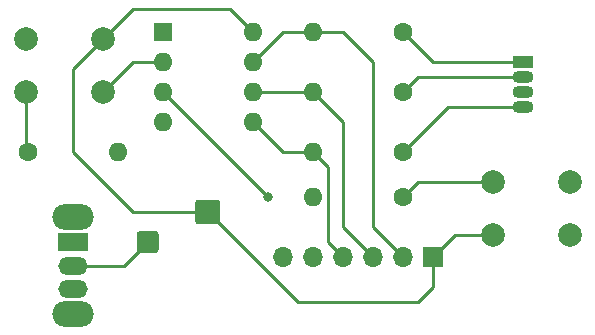
<source format=gbr>
%TF.GenerationSoftware,KiCad,Pcbnew,5.1.10-88a1d61d58~88~ubuntu18.04.1*%
%TF.CreationDate,2021-11-17T00:59:38+01:00*%
%TF.ProjectId,tuchoVen,74756368-6f56-4656-9e2e-6b696361645f,rev?*%
%TF.SameCoordinates,Original*%
%TF.FileFunction,Copper,L1,Top*%
%TF.FilePolarity,Positive*%
%FSLAX46Y46*%
G04 Gerber Fmt 4.6, Leading zero omitted, Abs format (unit mm)*
G04 Created by KiCad (PCBNEW 5.1.10-88a1d61d58~88~ubuntu18.04.1) date 2021-11-17 00:59:38*
%MOMM*%
%LPD*%
G01*
G04 APERTURE LIST*
%TA.AperFunction,ComponentPad*%
%ADD10R,1.800000X1.070000*%
%TD*%
%TA.AperFunction,ComponentPad*%
%ADD11O,1.800000X1.070000*%
%TD*%
%TA.AperFunction,ComponentPad*%
%ADD12R,1.700000X1.700000*%
%TD*%
%TA.AperFunction,ComponentPad*%
%ADD13O,1.700000X1.700000*%
%TD*%
%TA.AperFunction,ComponentPad*%
%ADD14C,1.600000*%
%TD*%
%TA.AperFunction,ComponentPad*%
%ADD15O,1.600000X1.600000*%
%TD*%
%TA.AperFunction,ComponentPad*%
%ADD16R,2.500000X1.500000*%
%TD*%
%TA.AperFunction,ComponentPad*%
%ADD17O,2.500000X1.500000*%
%TD*%
%TA.AperFunction,ComponentPad*%
%ADD18O,3.500000X2.200000*%
%TD*%
%TA.AperFunction,ComponentPad*%
%ADD19C,2.000000*%
%TD*%
%TA.AperFunction,ComponentPad*%
%ADD20R,1.600000X1.600000*%
%TD*%
%TA.AperFunction,ViaPad*%
%ADD21C,0.800000*%
%TD*%
%TA.AperFunction,Conductor*%
%ADD22C,0.250000*%
%TD*%
G04 APERTURE END LIST*
D10*
%TO.P,D1,1*%
%TO.N,Net-(D1-Pad1)*%
X213360000Y-53340000D03*
D11*
%TO.P,D1,2*%
%TO.N,Net-(D1-Pad2)*%
X213360000Y-54610000D03*
%TO.P,D1,3*%
%TO.N,/g0*%
X213360000Y-55880000D03*
%TO.P,D1,4*%
%TO.N,Net-(D1-Pad4)*%
X213360000Y-57150000D03*
%TD*%
D12*
%TO.P,J1,1*%
%TO.N,/v0*%
X205740000Y-69850000D03*
D13*
%TO.P,J1,2*%
%TO.N,Net-(J1-Pad2)*%
X203200000Y-69850000D03*
%TO.P,J1,3*%
%TO.N,Net-(J1-Pad3)*%
X200660000Y-69850000D03*
%TO.P,J1,4*%
%TO.N,Net-(J1-Pad4)*%
X198120000Y-69850000D03*
%TO.P,J1,5*%
%TO.N,Net-(J1-Pad5)*%
X195580000Y-69850000D03*
%TO.P,J1,6*%
%TO.N,/g0*%
X193040000Y-69850000D03*
%TD*%
D14*
%TO.P,R1,1*%
%TO.N,Net-(D1-Pad1)*%
X203200000Y-50800000D03*
D15*
%TO.P,R1,2*%
%TO.N,Net-(J1-Pad2)*%
X195580000Y-50800000D03*
%TD*%
D14*
%TO.P,R2,1*%
%TO.N,Net-(D1-Pad2)*%
X203200000Y-55880000D03*
D15*
%TO.P,R2,2*%
%TO.N,Net-(J1-Pad3)*%
X195580000Y-55880000D03*
%TD*%
D14*
%TO.P,R3,1*%
%TO.N,Net-(R3-Pad1)*%
X171450000Y-60960000D03*
D15*
%TO.P,R3,2*%
%TO.N,/g0*%
X179070000Y-60960000D03*
%TD*%
%TO.P,R4,2*%
%TO.N,/g0*%
X195580000Y-64770000D03*
D14*
%TO.P,R4,1*%
%TO.N,Net-(R4-Pad1)*%
X203200000Y-64770000D03*
%TD*%
D15*
%TO.P,R5,2*%
%TO.N,Net-(J1-Pad4)*%
X195580000Y-60960000D03*
D14*
%TO.P,R5,1*%
%TO.N,Net-(D1-Pad4)*%
X203200000Y-60960000D03*
%TD*%
D16*
%TO.P,SW1,1*%
%TO.N,/g0*%
X175260000Y-68580000D03*
D17*
%TO.P,SW1,2*%
%TO.N,Net-(J3-Pad1)*%
X175260000Y-70580000D03*
%TO.P,SW1,3*%
%TO.N,N/C*%
X175260000Y-72580000D03*
D18*
%TO.P,SW1,*%
%TO.N,*%
X175260000Y-66480000D03*
X175260000Y-74680000D03*
%TD*%
D19*
%TO.P,SW2,2*%
%TO.N,/v0*%
X177800000Y-51380000D03*
%TO.P,SW2,1*%
%TO.N,Net-(R3-Pad1)*%
X177800000Y-55880000D03*
%TO.P,SW2,2*%
%TO.N,/v0*%
X171300000Y-51380000D03*
%TO.P,SW2,1*%
%TO.N,Net-(R3-Pad1)*%
X171300000Y-55880000D03*
%TD*%
%TO.P,SW3,1*%
%TO.N,Net-(R4-Pad1)*%
X217320000Y-63500000D03*
%TO.P,SW3,2*%
%TO.N,/v0*%
X217320000Y-68000000D03*
%TO.P,SW3,1*%
%TO.N,Net-(R4-Pad1)*%
X210820000Y-63500000D03*
%TO.P,SW3,2*%
%TO.N,/v0*%
X210820000Y-68000000D03*
%TD*%
D20*
%TO.P,U1,1*%
%TO.N,Net-(J1-Pad5)*%
X182880000Y-50800000D03*
D15*
%TO.P,U1,5*%
%TO.N,Net-(J1-Pad4)*%
X190500000Y-58420000D03*
%TO.P,U1,2*%
%TO.N,Net-(R3-Pad1)*%
X182880000Y-53340000D03*
%TO.P,U1,6*%
%TO.N,Net-(J1-Pad3)*%
X190500000Y-55880000D03*
%TO.P,U1,3*%
%TO.N,Net-(R4-Pad1)*%
X182880000Y-55880000D03*
%TO.P,U1,7*%
%TO.N,Net-(J1-Pad2)*%
X190500000Y-53340000D03*
%TO.P,U1,4*%
%TO.N,/g0*%
X182880000Y-58420000D03*
%TO.P,U1,8*%
%TO.N,/v0*%
X190500000Y-50800000D03*
%TD*%
%TO.P,J2,1*%
%TO.N,/v0*%
%TA.AperFunction,ComponentPad*%
G36*
G01*
X185640000Y-66840001D02*
X185640000Y-65239999D01*
G75*
G02*
X185889999Y-64990000I249999J0D01*
G01*
X187490001Y-64990000D01*
G75*
G02*
X187740000Y-65239999I0J-249999D01*
G01*
X187740000Y-66840001D01*
G75*
G02*
X187490001Y-67090000I-249999J0D01*
G01*
X185889999Y-67090000D01*
G75*
G02*
X185640000Y-66840001I0J249999D01*
G01*
G37*
%TD.AperFunction*%
%TD*%
%TO.P,J3,1*%
%TO.N,Net-(J3-Pad1)*%
%TA.AperFunction,ComponentPad*%
G36*
G01*
X180685000Y-69255001D02*
X180685000Y-67904999D01*
G75*
G02*
X180934999Y-67655000I249999J0D01*
G01*
X182285001Y-67655000D01*
G75*
G02*
X182535000Y-67904999I0J-249999D01*
G01*
X182535000Y-69255001D01*
G75*
G02*
X182285001Y-69505000I-249999J0D01*
G01*
X180934999Y-69505000D01*
G75*
G02*
X180685000Y-69255001I0J249999D01*
G01*
G37*
%TD.AperFunction*%
%TD*%
D21*
%TO.N,Net-(R4-Pad1)*%
X191770000Y-64770000D03*
%TD*%
D22*
%TO.N,Net-(D1-Pad1)*%
X205740000Y-53340000D02*
X203200000Y-50800000D01*
X213360000Y-53340000D02*
X205740000Y-53340000D01*
%TO.N,Net-(D1-Pad2)*%
X204470000Y-54610000D02*
X203200000Y-55880000D01*
X213360000Y-54610000D02*
X204470000Y-54610000D01*
%TO.N,Net-(D1-Pad4)*%
X207010000Y-57150000D02*
X203200000Y-60960000D01*
X213360000Y-57150000D02*
X207010000Y-57150000D01*
%TO.N,Net-(J1-Pad2)*%
X195580000Y-50800000D02*
X198120000Y-50800000D01*
X198120000Y-50800000D02*
X200660000Y-53340000D01*
X200660000Y-67310000D02*
X203200000Y-69850000D01*
X200660000Y-53340000D02*
X200660000Y-67310000D01*
X193040000Y-50800000D02*
X190500000Y-53340000D01*
X195580000Y-50800000D02*
X193040000Y-50800000D01*
%TO.N,Net-(J1-Pad3)*%
X198120000Y-58420000D02*
X195580000Y-55880000D01*
X200660000Y-69850000D02*
X198120000Y-67310000D01*
X198120000Y-67310000D02*
X198120000Y-58420000D01*
X195580000Y-55880000D02*
X190500000Y-55880000D01*
%TO.N,Net-(J1-Pad4)*%
X198120000Y-69850000D02*
X196850000Y-68580000D01*
X196850000Y-62230000D02*
X195580000Y-60960000D01*
X196850000Y-68580000D02*
X196850000Y-62230000D01*
X193040000Y-60960000D02*
X190500000Y-58420000D01*
X195580000Y-60960000D02*
X193040000Y-60960000D01*
%TO.N,Net-(R3-Pad1)*%
X171300000Y-60810000D02*
X171450000Y-60960000D01*
X171300000Y-55880000D02*
X171300000Y-60810000D01*
X180340000Y-53340000D02*
X177800000Y-55880000D01*
X182880000Y-53340000D02*
X180340000Y-53340000D01*
%TO.N,Net-(R4-Pad1)*%
X204470000Y-63500000D02*
X203200000Y-64770000D01*
X210820000Y-63500000D02*
X204470000Y-63500000D01*
X182880000Y-55880000D02*
X191770000Y-64770000D01*
%TO.N,/v0*%
X207590000Y-68000000D02*
X205740000Y-69850000D01*
X210820000Y-68000000D02*
X207590000Y-68000000D01*
X205740000Y-69850000D02*
X205740000Y-72390000D01*
X205740000Y-72390000D02*
X204470000Y-73660000D01*
X194310000Y-73660000D02*
X186690000Y-66040000D01*
X204470000Y-73660000D02*
X194310000Y-73660000D01*
X177800000Y-51380000D02*
X180340000Y-48840000D01*
X188540000Y-48840000D02*
X190500000Y-50800000D01*
X180340000Y-48840000D02*
X188540000Y-48840000D01*
X180340000Y-66040000D02*
X186690000Y-66040000D01*
X175260000Y-60960000D02*
X180340000Y-66040000D01*
X177800000Y-51380000D02*
X175260000Y-53920000D01*
X175260000Y-53920000D02*
X175260000Y-60960000D01*
%TO.N,Net-(J3-Pad1)*%
X179610000Y-70580000D02*
X175260000Y-70580000D01*
X181610000Y-68580000D02*
X179610000Y-70580000D01*
%TD*%
M02*

</source>
